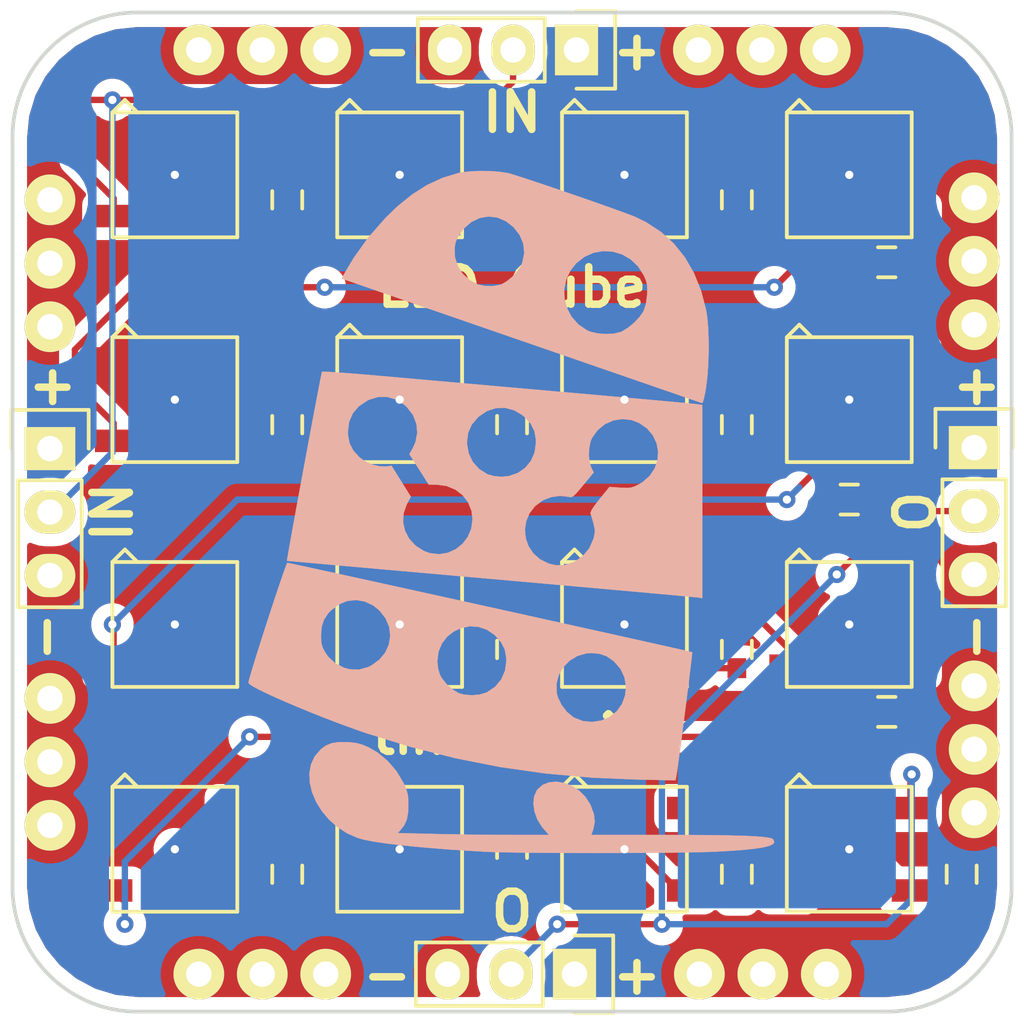
<source format=kicad_pcb>
(kicad_pcb (version 4) (host pcbnew 4.0.5)
  (title_block (title "LED Cube") (date 2016-07-20) (rev v1.0) (company Thimble) (comment 1 http://www.thimble.io))
  (layers (0 F.Cu signal) (31 B.Cu signal) (34 B.Paste user) (35 F.Paste user) (36 B.SilkS user) (37 F.SilkS user) (38 B.Mask user) (39 F.Mask user) (44 Edge.Cuts user))
  (net 0 "")
  (net 1 +5V)
  (net 2 GND)
  (net 3 "Net-(LED1-Pad2)")
  (net 4 "Net-(LED1-Pad4)")
  (net 5 "Net-(LED2-Pad2)")
  (net 6 "Net-(LED3-Pad2)")
  (net 7 "Net-(LED4-Pad2)")
  (net 8 "Net-(LED5-Pad2)")
  (net 9 "Net-(LED6-Pad2)")
  (net 10 "Net-(LED7-Pad2)")
  (net 11 "Net-(LED8-Pad2)")
  (net 12 "Net-(LED10-Pad4)")
  (net 13 "Net-(LED10-Pad2)")
  (net 14 "Net-(LED11-Pad2)")
  (net 15 "Net-(LED12-Pad2)")
  (net 16 "Net-(LED13-Pad2)")
  (net 17 "Net-(LED14-Pad2)")
  (net 18 "Net-(LED15-Pad2)")
  (net 19 "Net-(LED16-Pad2)")
  (module logo:27_3mm_icon (layer B.Cu) (at 163.5 123.5 180)
    (fp_text reference G*** hide)
    (fp_text value LOGO hide)
  )
  (module mechanical:Mechanical_1x03 (layer F.Cu) (at 171 142 90)
    (fp_text reference REF** hide)
    (fp_text value Pin_Header_Straight_1x03 hide)
    (pad 1 thru_hole circle (at 0 0 90) (size 2.032 2.032) (drill 1.016) (layers *.Cu *.Mask F.SilkS) (net 2 GND))
    (pad 2 thru_hole circle (at 0 2.54 90) (size 2.032 2.032) (drill 1.016) (layers *.Cu *.Mask F.SilkS) (net 2 GND))
    (pad 3 thru_hole circle (at 0 5.08 90) (size 2.032 2.032) (drill 1.016) (layers *.Cu *.Mask F.SilkS) (net 2 GND))
  )
  (module Pin_Headers:Pin_Header_Straight_1x03 (layer F.Cu) (at 166 142 270)
    (fp_text reference P4 hide)
    (fp_text value CONN_01X03)
    (pad 1 thru_hole rect (at 0 0 270) (size 2.032 1.7272) (drill 1.016) (layers *.Cu *.Mask F.SilkS) (net 1 +5V))
    (pad 2 thru_hole oval (at 0 2.54 270) (size 2.032 1.7272) (drill 1.016) (layers *.Cu *.Mask F.SilkS) (net 19 "Net-(LED16-Pad2)"))
    (pad 3 thru_hole oval (at 0 5.08 270) (size 2.032 1.7272) (drill 1.016) (layers *.Cu *.Mask F.SilkS) (net 2 GND))
  )
  (module Pin_Headers:Pin_Header_Straight_1x03 (layer F.Cu) (at 182 120.92)
    (fp_text reference P3 hide)
    (fp_text value CONN_01X03)
    (pad 1 thru_hole rect (at 0 0) (size 2.032 1.7272) (drill 1.016) (layers *.Cu *.Mask F.SilkS) (net 1 +5V))
    (pad 2 thru_hole oval (at 0 2.54) (size 2.032 1.7272) (drill 1.016) (layers *.Cu *.Mask F.SilkS) (net 19 "Net-(LED16-Pad2)"))
    (pad 3 thru_hole oval (at 0 5.08) (size 2.032 1.7272) (drill 1.016) (layers *.Cu *.Mask F.SilkS) (net 2 GND))
  )
  (module Pin_Headers:Pin_Header_Straight_1x03 (layer F.Cu) (at 145 120.96)
    (fp_text reference P2 hide)
    (fp_text value CONN_01X03)
    (pad 1 thru_hole rect (at 0 0) (size 2.032 1.7272) (drill 1.016) (layers *.Cu *.Mask F.SilkS) (net 1 +5V))
    (pad 2 thru_hole oval (at 0 2.54) (size 2.032 1.7272) (drill 1.016) (layers *.Cu *.Mask F.SilkS) (net 4 "Net-(LED1-Pad4)"))
    (pad 3 thru_hole oval (at 0 5.08) (size 2.032 1.7272) (drill 1.016) (layers *.Cu *.Mask F.SilkS) (net 2 GND))
  )
  (module Pin_Headers:Pin_Header_Straight_1x03 (layer F.Cu) (at 166.08 105 270)
    (fp_text reference P1 hide)
    (fp_text value CONN_01X03)
    (pad 1 thru_hole rect (at 0 0 270) (size 2.032 1.7272) (drill 1.016) (layers *.Cu *.Mask F.SilkS) (net 1 +5V))
    (pad 2 thru_hole oval (at 0 2.54 270) (size 2.032 1.7272) (drill 1.016) (layers *.Cu *.Mask F.SilkS) (net 4 "Net-(LED1-Pad4)"))
    (pad 3 thru_hole oval (at 0 5.08 270) (size 2.032 1.7272) (drill 1.016) (layers *.Cu *.Mask F.SilkS) (net 2 GND))
  )
  (module Capacitors_SMD:C_0603 (layer F.Cu) (at 154.5 111 90)
    (fp_text reference C1 hide)
    (fp_text value 1uF)
    (pad 1 smd rect (at -0.75 0 90) (size 0.8 0.75) (layers F.Cu F.Paste F.Mask) (net 1 +5V))
    (pad 2 smd rect (at 0.75 0 90) (size 0.8 0.75) (layers F.Cu F.Paste F.Mask) (net 2 GND))
  )
  (module Capacitors_SMD:C_0603 (layer F.Cu) (at 163.5 111 90)
    (fp_text reference C2 hide)
    (fp_text value 1uF)
    (pad 1 smd rect (at -0.75 0 90) (size 0.8 0.75) (layers F.Cu F.Paste F.Mask) (net 1 +5V))
    (pad 2 smd rect (at 0.75 0 90) (size 0.8 0.75) (layers F.Cu F.Paste F.Mask) (net 2 GND))
  )
  (module Capacitors_SMD:C_0603 (layer F.Cu) (at 172.5 111 90)
    (fp_text reference C3 hide)
    (fp_text value 1uF)
    (pad 1 smd rect (at -0.75 0 90) (size 0.8 0.75) (layers F.Cu F.Paste F.Mask) (net 1 +5V))
    (pad 2 smd rect (at 0.75 0 90) (size 0.8 0.75) (layers F.Cu F.Paste F.Mask) (net 2 GND))
  )
  (module Capacitors_SMD:C_0603 (layer F.Cu) (at 154.5 120 90)
    (fp_text reference C5 hide)
    (fp_text value 1uF)
    (pad 1 smd rect (at -0.75 0 90) (size 0.8 0.75) (layers F.Cu F.Paste F.Mask) (net 1 +5V))
    (pad 2 smd rect (at 0.75 0 90) (size 0.8 0.75) (layers F.Cu F.Paste F.Mask) (net 2 GND))
  )
  (module Capacitors_SMD:C_0603 (layer F.Cu) (at 163.5 120 90)
    (fp_text reference C6 hide)
    (fp_text value 1uF)
    (pad 1 smd rect (at -0.75 0 90) (size 0.8 0.75) (layers F.Cu F.Paste F.Mask) (net 1 +5V))
    (pad 2 smd rect (at 0.75 0 90) (size 0.8 0.75) (layers F.Cu F.Paste F.Mask) (net 2 GND))
  )
  (module Capacitors_SMD:C_0603 (layer F.Cu) (at 172.5 120 90)
    (fp_text reference C7 hide)
    (fp_text value 1uF)
    (pad 1 smd rect (at -0.75 0 90) (size 0.8 0.75) (layers F.Cu F.Paste F.Mask) (net 1 +5V))
    (pad 2 smd rect (at 0.75 0 90) (size 0.8 0.75) (layers F.Cu F.Paste F.Mask) (net 2 GND))
  )
  (module Capacitors_SMD:C_0603 (layer F.Cu) (at 177 123 180)
    (fp_text reference C8 hide)
    (fp_text value 1uF)
    (pad 1 smd rect (at -0.75 0 180) (size 0.8 0.75) (layers F.Cu F.Paste F.Mask) (net 1 +5V))
    (pad 2 smd rect (at 0.75 0 180) (size 0.8 0.75) (layers F.Cu F.Paste F.Mask) (net 2 GND))
  )
  (module Capacitors_SMD:C_0603 (layer F.Cu) (at 154.5 129 90)
    (fp_text reference C9 hide)
    (fp_text value 1uF)
    (pad 1 smd rect (at -0.75 0 90) (size 0.8 0.75) (layers F.Cu F.Paste F.Mask) (net 1 +5V))
    (pad 2 smd rect (at 0.75 0 90) (size 0.8 0.75) (layers F.Cu F.Paste F.Mask) (net 2 GND))
  )
  (module Capacitors_SMD:C_0603 (layer F.Cu) (at 163.5 129 90)
    (fp_text reference C10 hide)
    (fp_text value 1uF)
    (pad 1 smd rect (at -0.75 0 90) (size 0.8 0.75) (layers F.Cu F.Paste F.Mask) (net 1 +5V))
    (pad 2 smd rect (at 0.75 0 90) (size 0.8 0.75) (layers F.Cu F.Paste F.Mask) (net 2 GND))
  )
  (module Capacitors_SMD:C_0603 (layer F.Cu) (at 172.5 129 90)
    (fp_text reference C11 hide)
    (fp_text value 1uF)
    (pad 1 smd rect (at -0.75 0 90) (size 0.8 0.75) (layers F.Cu F.Paste F.Mask) (net 1 +5V))
    (pad 2 smd rect (at 0.75 0 90) (size 0.8 0.75) (layers F.Cu F.Paste F.Mask) (net 2 GND))
  )
  (module Capacitors_SMD:C_0603 (layer F.Cu) (at 178.5 131.5 180)
    (fp_text reference C12 hide)
    (fp_text value 1uF)
    (pad 1 smd rect (at -0.75 0 180) (size 0.8 0.75) (layers F.Cu F.Paste F.Mask) (net 1 +5V))
    (pad 2 smd rect (at 0.75 0 180) (size 0.8 0.75) (layers F.Cu F.Paste F.Mask) (net 2 GND))
  )
  (module Capacitors_SMD:C_0603 (layer F.Cu) (at 154.5 138 90)
    (fp_text reference C13 hide)
    (fp_text value 1uF)
    (pad 1 smd rect (at -0.75 0 90) (size 0.8 0.75) (layers F.Cu F.Paste F.Mask) (net 1 +5V))
    (pad 2 smd rect (at 0.75 0 90) (size 0.8 0.75) (layers F.Cu F.Paste F.Mask) (net 2 GND))
  )
  (module Capacitors_SMD:C_0603 (layer F.Cu) (at 163.5 137 90)
    (fp_text reference C14 hide)
    (fp_text value 1uF)
    (pad 1 smd rect (at -0.75 0 90) (size 0.8 0.75) (layers F.Cu F.Paste F.Mask) (net 1 +5V))
    (pad 2 smd rect (at 0.75 0 90) (size 0.8 0.75) (layers F.Cu F.Paste F.Mask) (net 2 GND))
  )
  (module Capacitors_SMD:C_0603 (layer F.Cu) (at 172.5 138 90)
    (fp_text reference C15 hide)
    (fp_text value 1uF)
    (pad 1 smd rect (at -0.75 0 90) (size 0.8 0.75) (layers F.Cu F.Paste F.Mask) (net 1 +5V))
    (pad 2 smd rect (at 0.75 0 90) (size 0.8 0.75) (layers F.Cu F.Paste F.Mask) (net 2 GND))
  )
  (module Capacitors_SMD:C_0603 (layer F.Cu) (at 181.5 138 90)
    (fp_text reference C16 hide)
    (fp_text value 1uF)
    (pad 1 smd rect (at -0.75 0 90) (size 0.8 0.75) (layers F.Cu F.Paste F.Mask) (net 1 +5V))
    (pad 2 smd rect (at 0.75 0 90) (size 0.8 0.75) (layers F.Cu F.Paste F.Mask) (net 2 GND))
  )
  (module Capacitors_SMD:C_0603 (layer F.Cu) (at 178.5 113.5 180)
    (fp_text reference C4 hide)
    (fp_text value 1uF)
    (pad 1 smd rect (at -0.75 0 180) (size 0.8 0.75) (layers F.Cu F.Paste F.Mask) (net 1 +5V))
    (pad 2 smd rect (at 0.75 0 180) (size 0.8 0.75) (layers F.Cu F.Paste F.Mask) (net 2 GND))
  )
  (module mechanical:Mechanical_1x03 (layer F.Cu) (at 150.96 142 90)
    (fp_text reference REF** hide)
    (fp_text value Pin_Header_Straight_1x03 hide)
    (pad 1 thru_hole circle (at 0 0 90) (size 2.032 2.032) (drill 1.016) (layers *.Cu *.Mask F.SilkS) (net 2 GND))
    (pad 2 thru_hole circle (at 0 2.54 90) (size 2.032 2.032) (drill 1.016) (layers *.Cu *.Mask F.SilkS) (net 2 GND))
    (pad 3 thru_hole circle (at 0 5.08 90) (size 2.032 2.032) (drill 1.016) (layers *.Cu *.Mask F.SilkS) (net 2 GND))
  )
  (module mechanical:Mechanical_1x03 (layer F.Cu) (at 145 136.04 180)
    (fp_text reference REF** hide)
    (fp_text value Pin_Header_Straight_1x03 hide)
    (pad 1 thru_hole circle (at 0 0 180) (size 2.032 2.032) (drill 1.016) (layers *.Cu *.Mask F.SilkS) (net 2 GND))
    (pad 2 thru_hole circle (at 0 2.54 180) (size 2.032 2.032) (drill 1.016) (layers *.Cu *.Mask F.SilkS) (net 2 GND))
    (pad 3 thru_hole circle (at 0 5.08 180) (size 2.032 2.032) (drill 1.016) (layers *.Cu *.Mask F.SilkS) (net 2 GND))
  )
  (module mechanical:Mechanical_1x03 (layer F.Cu) (at 182 135.54 180)
    (fp_text reference REF** hide)
    (fp_text value Pin_Header_Straight_1x03 hide)
    (pad 1 thru_hole circle (at 0 0 180) (size 2.032 2.032) (drill 1.016) (layers *.Cu *.Mask F.SilkS) (net 2 GND))
    (pad 2 thru_hole circle (at 0 2.54 180) (size 2.032 2.032) (drill 1.016) (layers *.Cu *.Mask F.SilkS) (net 2 GND))
    (pad 3 thru_hole circle (at 0 5.08 180) (size 2.032 2.032) (drill 1.016) (layers *.Cu *.Mask F.SilkS) (net 2 GND))
  )
  (module mechanical:Mechanical_1x03 (layer F.Cu) (at 145 116.08 180)
    (fp_text reference REF** hide)
    (fp_text value Pin_Header_Straight_1x03 hide)
    (pad 1 thru_hole circle (at 0 0 180) (size 2.032 2.032) (drill 1.016) (layers *.Cu *.Mask F.SilkS) (net 2 GND))
    (pad 2 thru_hole circle (at 0 2.54 180) (size 2.032 2.032) (drill 1.016) (layers *.Cu *.Mask F.SilkS) (net 2 GND))
    (pad 3 thru_hole circle (at 0 5.08 180) (size 2.032 2.032) (drill 1.016) (layers *.Cu *.Mask F.SilkS) (net 2 GND))
  )
  (module mechanical:Mechanical_1x03 (layer F.Cu) (at 182 116 180)
    (fp_text reference REF** hide)
    (fp_text value Pin_Header_Straight_1x03 hide)
    (pad 1 thru_hole circle (at 0 0 180) (size 2.032 2.032) (drill 1.016) (layers *.Cu *.Mask F.SilkS) (net 2 GND))
    (pad 2 thru_hole circle (at 0 2.54 180) (size 2.032 2.032) (drill 1.016) (layers *.Cu *.Mask F.SilkS) (net 2 GND))
    (pad 3 thru_hole circle (at 0 5.08 180) (size 2.032 2.032) (drill 1.016) (layers *.Cu *.Mask F.SilkS) (net 2 GND))
  )
  (module mechanical:Mechanical_1x03 (layer F.Cu) (at 150.96 105 90)
    (fp_text reference REF** hide)
    (fp_text value Pin_Header_Straight_1x03 hide)
    (pad 1 thru_hole circle (at 0 0 90) (size 2.032 2.032) (drill 1.016) (layers *.Cu *.Mask F.SilkS) (net 2 GND))
    (pad 2 thru_hole circle (at 0 2.54 90) (size 2.032 2.032) (drill 1.016) (layers *.Cu *.Mask F.SilkS) (net 2 GND))
    (pad 3 thru_hole circle (at 0 5.08 90) (size 2.032 2.032) (drill 1.016) (layers *.Cu *.Mask F.SilkS) (net 2 GND))
  )
  (module mechanical:Mechanical_1x03 (layer F.Cu) (at 170.96 105 90)
    (fp_text reference REF** hide)
    (fp_text value Pin_Header_Straight_1x03 hide)
    (pad 1 thru_hole circle (at 0 0 90) (size 2.032 2.032) (drill 1.016) (layers *.Cu *.Mask F.SilkS) (net 2 GND))
    (pad 2 thru_hole circle (at 0 2.54 90) (size 2.032 2.032) (drill 1.016) (layers *.Cu *.Mask F.SilkS) (net 2 GND))
    (pad 3 thru_hole circle (at 0 5.08 90) (size 2.032 2.032) (drill 1.016) (layers *.Cu *.Mask F.SilkS) (net 2 GND))
  )
  (module ws2812b:5050 (layer F.Cu) (at 177 137 180)
    (fp_text reference LED16 hide)
    (fp_text value LED_RGB_WS2812B hide)
    (pad 1 smd rect (at -2.45 -1.65 180) (size 1.5 0.9) (layers F.Cu F.Paste F.Mask) (net 1 +5V))
    (pad 2 smd rect (at -2.45 1.65 180) (size 1.5 0.9) (layers F.Cu F.Paste F.Mask) (net 19 "Net-(LED16-Pad2)"))
    (pad 3 smd rect (at 2.45 1.65 180) (size 1.5 0.9) (layers F.Cu F.Paste F.Mask) (net 2 GND))
    (pad 4 smd rect (at 2.45 -1.65 180) (size 1.5 0.9) (layers F.Cu F.Paste F.Mask) (net 18 "Net-(LED15-Pad2)"))
  )
  (module ws2812b:5050 (layer F.Cu) (at 168 137 180)
    (fp_text reference LED15 hide)
    (fp_text value LED_RGB_WS2812B hide)
    (pad 1 smd rect (at -2.45 -1.65 180) (size 1.5 0.9) (layers F.Cu F.Paste F.Mask) (net 1 +5V))
    (pad 2 smd rect (at -2.45 1.65 180) (size 1.5 0.9) (layers F.Cu F.Paste F.Mask) (net 18 "Net-(LED15-Pad2)"))
    (pad 3 smd rect (at 2.45 1.65 180) (size 1.5 0.9) (layers F.Cu F.Paste F.Mask) (net 2 GND))
    (pad 4 smd rect (at 2.45 -1.65 180) (size 1.5 0.9) (layers F.Cu F.Paste F.Mask) (net 17 "Net-(LED14-Pad2)"))
  )
  (module ws2812b:5050 (layer F.Cu) (at 159 137 180)
    (fp_text reference LED14 hide)
    (fp_text value LED_RGB_WS2812B hide)
    (pad 1 smd rect (at -2.45 -1.65 180) (size 1.5 0.9) (layers F.Cu F.Paste F.Mask) (net 1 +5V))
    (pad 2 smd rect (at -2.45 1.65 180) (size 1.5 0.9) (layers F.Cu F.Paste F.Mask) (net 17 "Net-(LED14-Pad2)"))
    (pad 3 smd rect (at 2.45 1.65 180) (size 1.5 0.9) (layers F.Cu F.Paste F.Mask) (net 2 GND))
    (pad 4 smd rect (at 2.45 -1.65 180) (size 1.5 0.9) (layers F.Cu F.Paste F.Mask) (net 16 "Net-(LED13-Pad2)"))
  )
  (module ws2812b:5050 (layer F.Cu) (at 150 137 180)
    (fp_text reference LED13 hide)
    (fp_text value LED_RGB_WS2812B hide)
    (pad 1 smd rect (at -2.45 -1.65 180) (size 1.5 0.9) (layers F.Cu F.Paste F.Mask) (net 1 +5V))
    (pad 2 smd rect (at -2.45 1.65 180) (size 1.5 0.9) (layers F.Cu F.Paste F.Mask) (net 16 "Net-(LED13-Pad2)"))
    (pad 3 smd rect (at 2.45 1.65 180) (size 1.5 0.9) (layers F.Cu F.Paste F.Mask) (net 2 GND))
    (pad 4 smd rect (at 2.45 -1.65 180) (size 1.5 0.9) (layers F.Cu F.Paste F.Mask) (net 15 "Net-(LED12-Pad2)"))
  )
  (module ws2812b:5050 (layer F.Cu) (at 177 128 180)
    (fp_text reference LED12 hide)
    (fp_text value LED_RGB_WS2812B hide)
    (pad 1 smd rect (at -2.45 -1.65 180) (size 1.5 0.9) (layers F.Cu F.Paste F.Mask) (net 1 +5V))
    (pad 2 smd rect (at -2.45 1.65 180) (size 1.5 0.9) (layers F.Cu F.Paste F.Mask) (net 15 "Net-(LED12-Pad2)"))
    (pad 3 smd rect (at 2.45 1.65 180) (size 1.5 0.9) (layers F.Cu F.Paste F.Mask) (net 2 GND))
    (pad 4 smd rect (at 2.45 -1.65 180) (size 1.5 0.9) (layers F.Cu F.Paste F.Mask) (net 14 "Net-(LED11-Pad2)"))
  )
  (module ws2812b:5050 (layer F.Cu) (at 168 128 180)
    (fp_text reference LED11 hide)
    (fp_text value LED_RGB_WS2812B hide)
    (pad 1 smd rect (at -2.45 -1.65 180) (size 1.5 0.9) (layers F.Cu F.Paste F.Mask) (net 1 +5V))
    (pad 2 smd rect (at -2.45 1.65 180) (size 1.5 0.9) (layers F.Cu F.Paste F.Mask) (net 14 "Net-(LED11-Pad2)"))
    (pad 3 smd rect (at 2.45 1.65 180) (size 1.5 0.9) (layers F.Cu F.Paste F.Mask) (net 2 GND))
    (pad 4 smd rect (at 2.45 -1.65 180) (size 1.5 0.9) (layers F.Cu F.Paste F.Mask) (net 13 "Net-(LED10-Pad2)"))
  )
  (module ws2812b:5050 (layer F.Cu) (at 159 128 180)
    (fp_text reference LED10 hide)
    (fp_text value LED_RGB_WS2812B hide)
    (pad 1 smd rect (at -2.45 -1.65 180) (size 1.5 0.9) (layers F.Cu F.Paste F.Mask) (net 1 +5V))
    (pad 2 smd rect (at -2.45 1.65 180) (size 1.5 0.9) (layers F.Cu F.Paste F.Mask) (net 13 "Net-(LED10-Pad2)"))
    (pad 3 smd rect (at 2.45 1.65 180) (size 1.5 0.9) (layers F.Cu F.Paste F.Mask) (net 2 GND))
    (pad 4 smd rect (at 2.45 -1.65 180) (size 1.5 0.9) (layers F.Cu F.Paste F.Mask) (net 12 "Net-(LED10-Pad4)"))
  )
  (module ws2812b:5050 (layer F.Cu) (at 150 128 180)
    (fp_text reference LED9 hide)
    (fp_text value LED_RGB_WS2812B hide)
    (pad 1 smd rect (at -2.45 -1.65 180) (size 1.5 0.9) (layers F.Cu F.Paste F.Mask) (net 1 +5V))
    (pad 2 smd rect (at -2.45 1.65 180) (size 1.5 0.9) (layers F.Cu F.Paste F.Mask) (net 12 "Net-(LED10-Pad4)"))
    (pad 3 smd rect (at 2.45 1.65 180) (size 1.5 0.9) (layers F.Cu F.Paste F.Mask) (net 2 GND))
    (pad 4 smd rect (at 2.45 -1.65 180) (size 1.5 0.9) (layers F.Cu F.Paste F.Mask) (net 11 "Net-(LED8-Pad2)"))
  )
  (module ws2812b:5050 (layer F.Cu) (at 177 119 180)
    (fp_text reference LED8 hide)
    (fp_text value LED_RGB_WS2812B hide)
    (pad 1 smd rect (at -2.45 -1.65 180) (size 1.5 0.9) (layers F.Cu F.Paste F.Mask) (net 1 +5V))
    (pad 2 smd rect (at -2.45 1.65 180) (size 1.5 0.9) (layers F.Cu F.Paste F.Mask) (net 11 "Net-(LED8-Pad2)"))
    (pad 3 smd rect (at 2.45 1.65 180) (size 1.5 0.9) (layers F.Cu F.Paste F.Mask) (net 2 GND))
    (pad 4 smd rect (at 2.45 -1.65 180) (size 1.5 0.9) (layers F.Cu F.Paste F.Mask) (net 10 "Net-(LED7-Pad2)"))
  )
  (module ws2812b:5050 (layer F.Cu) (at 168 119 180)
    (fp_text reference LED7 hide)
    (fp_text value LED_RGB_WS2812B hide)
    (pad 1 smd rect (at -2.45 -1.65 180) (size 1.5 0.9) (layers F.Cu F.Paste F.Mask) (net 1 +5V))
    (pad 2 smd rect (at -2.45 1.65 180) (size 1.5 0.9) (layers F.Cu F.Paste F.Mask) (net 10 "Net-(LED7-Pad2)"))
    (pad 3 smd rect (at 2.45 1.65 180) (size 1.5 0.9) (layers F.Cu F.Paste F.Mask) (net 2 GND))
    (pad 4 smd rect (at 2.45 -1.65 180) (size 1.5 0.9) (layers F.Cu F.Paste F.Mask) (net 9 "Net-(LED6-Pad2)"))
  )
  (module ws2812b:5050 (layer F.Cu) (at 159 119 180)
    (fp_text reference LED6 hide)
    (fp_text value LED_RGB_WS2812B hide)
    (pad 1 smd rect (at -2.45 -1.65 180) (size 1.5 0.9) (layers F.Cu F.Paste F.Mask) (net 1 +5V))
    (pad 2 smd rect (at -2.45 1.65 180) (size 1.5 0.9) (layers F.Cu F.Paste F.Mask) (net 9 "Net-(LED6-Pad2)"))
    (pad 3 smd rect (at 2.45 1.65 180) (size 1.5 0.9) (layers F.Cu F.Paste F.Mask) (net 2 GND))
    (pad 4 smd rect (at 2.45 -1.65 180) (size 1.5 0.9) (layers F.Cu F.Paste F.Mask) (net 8 "Net-(LED5-Pad2)"))
  )
  (module ws2812b:5050 (layer F.Cu) (at 150 119 180)
    (fp_text reference LED5 hide)
    (fp_text value LED_RGB_WS2812B hide)
    (pad 1 smd rect (at -2.45 -1.65 180) (size 1.5 0.9) (layers F.Cu F.Paste F.Mask) (net 1 +5V))
    (pad 2 smd rect (at -2.45 1.65 180) (size 1.5 0.9) (layers F.Cu F.Paste F.Mask) (net 8 "Net-(LED5-Pad2)"))
    (pad 3 smd rect (at 2.45 1.65 180) (size 1.5 0.9) (layers F.Cu F.Paste F.Mask) (net 2 GND))
    (pad 4 smd rect (at 2.45 -1.65 180) (size 1.5 0.9) (layers F.Cu F.Paste F.Mask) (net 7 "Net-(LED4-Pad2)"))
  )
  (module ws2812b:5050 (layer F.Cu) (at 150 110 180)
    (fp_text reference LED1 hide)
    (fp_text value LED_RGB_WS2812B hide)
    (pad 1 smd rect (at -2.45 -1.65 180) (size 1.5 0.9) (layers F.Cu F.Paste F.Mask) (net 1 +5V))
    (pad 2 smd rect (at -2.45 1.65 180) (size 1.5 0.9) (layers F.Cu F.Paste F.Mask) (net 3 "Net-(LED1-Pad2)"))
    (pad 3 smd rect (at 2.45 1.65 180) (size 1.5 0.9) (layers F.Cu F.Paste F.Mask) (net 2 GND))
    (pad 4 smd rect (at 2.45 -1.65 180) (size 1.5 0.9) (layers F.Cu F.Paste F.Mask) (net 4 "Net-(LED1-Pad4)"))
  )
  (module ws2812b:5050 (layer F.Cu) (at 159 110 180)
    (fp_text reference LED2 hide)
    (fp_text value LED_RGB_WS2812B hide)
    (pad 1 smd rect (at -2.45 -1.65 180) (size 1.5 0.9) (layers F.Cu F.Paste F.Mask) (net 1 +5V))
    (pad 2 smd rect (at -2.45 1.65 180) (size 1.5 0.9) (layers F.Cu F.Paste F.Mask) (net 5 "Net-(LED2-Pad2)"))
    (pad 3 smd rect (at 2.45 1.65 180) (size 1.5 0.9) (layers F.Cu F.Paste F.Mask) (net 2 GND))
    (pad 4 smd rect (at 2.45 -1.65 180) (size 1.5 0.9) (layers F.Cu F.Paste F.Mask) (net 3 "Net-(LED1-Pad2)"))
  )
  (module ws2812b:5050 (layer F.Cu) (at 168 110 180)
    (fp_text reference LED3 hide)
    (fp_text value LED_RGB_WS2812B hide)
    (pad 1 smd rect (at -2.45 -1.65 180) (size 1.5 0.9) (layers F.Cu F.Paste F.Mask) (net 1 +5V))
    (pad 2 smd rect (at -2.45 1.65 180) (size 1.5 0.9) (layers F.Cu F.Paste F.Mask) (net 6 "Net-(LED3-Pad2)"))
    (pad 3 smd rect (at 2.45 1.65 180) (size 1.5 0.9) (layers F.Cu F.Paste F.Mask) (net 2 GND))
    (pad 4 smd rect (at 2.45 -1.65 180) (size 1.5 0.9) (layers F.Cu F.Paste F.Mask) (net 5 "Net-(LED2-Pad2)"))
  )
  (module ws2812b:5050 (layer F.Cu) (at 177 110 180)
    (fp_text reference LED4 hide)
    (fp_text value LED_RGB_WS2812B hide)
    (pad 1 smd rect (at -2.45 -1.65 180) (size 1.5 0.9) (layers F.Cu F.Paste F.Mask) (net 1 +5V))
    (pad 2 smd rect (at -2.45 1.65 180) (size 1.5 0.9) (layers F.Cu F.Paste F.Mask) (net 7 "Net-(LED4-Pad2)"))
    (pad 3 smd rect (at 2.45 1.65 180) (size 1.5 0.9) (layers F.Cu F.Paste F.Mask) (net 2 GND))
    (pad 4 smd rect (at 2.45 -1.65 180) (size 1.5 0.9) (layers F.Cu F.Paste F.Mask) (net 6 "Net-(LED3-Pad2)"))
  )
  (gr_text thimble.io (at 163.5 132.4) (layer F.SilkS) (effects (font (size 1.5 1.5) (thickness 0.3))))
  (gr_text "LED Cube" (at 163.5 114.5) (layer F.SilkS) (effects (font (size 1.5 1.5) (thickness 0.3))))
  (gr_line (start 148.5 103.5) (end 178.5 103.5) (layer Edge.Cuts) (width 0.15))
  (gr_arc (start 148.5 108.5) (end 143.5 108.5) (angle 90) (layer Edge.Cuts) (width 0.15))
  (gr_line (start 183.5 108.5) (end 183.5 138.5) (layer Edge.Cuts) (width 0.15))
  (gr_arc (start 178.5 108.5) (end 178.5 103.5) (angle 90) (layer Edge.Cuts) (width 0.15))
  (gr_line (start 143.5 108.5) (end 143.5 138.5) (layer Edge.Cuts) (width 0.15))
  (gr_line (start 148.5 143.5) (end 178.5 143.5) (layer Edge.Cuts) (width 0.15))
  (gr_arc (start 148.5 138.5) (end 148.5 143.5) (angle 90) (layer Edge.Cuts) (width 0.15))
  (gr_arc (start 178.5 138.5) (end 183.5 138.5) (angle 90) (layer Edge.Cuts) (width 0.15))
  (gr_text O (at 163.5 139.5) (layer F.SilkS) (effects (font (size 1.5 1.5) (thickness 0.3))))
  (gr_text O (at 179.5 123.5 270) (layer F.SilkS) (effects (font (size 1.5 1.5) (thickness 0.3))))
  (gr_text "IN\n" (at 147.5 123.5 90) (layer F.SilkS) (effects (font (size 1.5 1.5) (thickness 0.3))))
  (gr_text + (at 168.5 142) (layer F.SilkS) (effects (font (size 1.5 1.5) (thickness 0.3))))
  (gr_text - (at 158.5 142) (layer F.SilkS) (effects (font (size 1.5 1.5) (thickness 0.3))))
  (gr_text + (at 182 118.5 90) (layer F.SilkS) (effects (font (size 1.5 1.5) (thickness 0.3))))
  (gr_text - (at 182 128.5 90) (layer F.SilkS) (effects (font (size 1.5 1.5) (thickness 0.3))))
  (gr_text - (at 145 128.5 270) (layer F.SilkS) (effects (font (size 1.5 1.5) (thickness 0.3))))
  (gr_text + (at 145 118.5 90) (layer F.SilkS) (effects (font (size 1.5 1.5) (thickness 0.3))))
  (gr_text + (at 168.5 105) (layer F.SilkS) (effects (font (size 1.5 1.5) (thickness 0.3))))
  (gr_text - (at 158.5 105) (layer F.SilkS) (effects (font (size 1.5 1.5) (thickness 0.3))))
  (gr_text IN (at 163.5 107.5) (layer F.SilkS) (effects (font (size 1.5 1.5) (thickness 0.3))))
  (segment (start 182 120.92) (end 179.72 120.92) (width 0.254) (layer F.Cu) (net 1))
  (segment (start 179.72 120.92) (end 179.45 120.65) (width 0.254) (layer F.Cu) (net 1))
  (segment (start 179.45 120.65) (end 179.15 120.65) (width 0.254) (layer F.Cu) (net 1))
  (segment (start 179.15 120.65) (end 177.75 122.05) (width 0.254) (layer F.Cu) (net 1))
  (segment (start 177.75 122.05) (end 177.75 122.371) (width 0.254) (layer F.Cu) (net 1))
  (segment (start 177.75 122.371) (end 177.75 123) (width 0.254) (layer F.Cu) (net 1))
  (segment (start 166 141.8476) (end 166 142) (width 0.254) (layer F.Cu) (net 1))
  (segment (start 159.5 137) (end 159 137) (width 0.254) (layer F.Cu) (net 1))
  (segment (start 161.45 138.65) (end 161.15 138.65) (width 0.254) (layer F.Cu) (net 1))
  (segment (start 161.15 138.65) (end 159.5 137) (width 0.254) (layer F.Cu) (net 1))
  (segment (start 159.5 137) (end 159.484933 137) (width 0.254) (layer F.Cu) (net 1))
  (segment (start 161.45 138.65) (end 162.6 138.65) (width 0.254) (layer F.Cu) (net 1))
  (segment (start 162.6 138.65) (end 163.5 137.75) (width 0.254) (layer F.Cu) (net 1))
  (segment (start 179.45 111.65) (end 179.45 113.3) (width 0.254) (layer F.Cu) (net 1))
  (segment (start 179.45 113.3) (end 179.25 113.5) (width 0.254) (layer F.Cu) (net 1))
  (segment (start 179.45 129.65) (end 179.45 131.3) (width 0.254) (layer F.Cu) (net 1))
  (segment (start 179.45 131.3) (end 179.25 131.5) (width 0.254) (layer F.Cu) (net 1))
  (segment (start 161.55 138.75) (end 161.45 138.65) (width 0.254) (layer F.Cu) (net 1))
  (segment (start 179.15 129.65) (end 177.5 128) (width 0.254) (layer F.Cu) (net 1))
  (segment (start 177.5 128) (end 177 128) (width 0.254) (layer F.Cu) (net 1))
  (via (at 177 128) (size 0.6858) (drill 0.3302) (layers F.Cu B.Cu) (net 1))
  (segment (start 179.45 129.65) (end 179.15 129.65) (width 0.254) (layer F.Cu) (net 1))
  (segment (start 179.75 129.95) (end 179.45 129.65) (width 0.254) (layer F.Cu) (net 1))
  (segment (start 152.45 120.65) (end 154.4 120.65) (width 0.254) (layer F.Cu) (net 1))
  (segment (start 154.4 120.65) (end 154.5 120.75) (width 0.254) (layer F.Cu) (net 1))
  (segment (start 154.5 129.75) (end 152.55 129.75) (width 0.254) (layer F.Cu) (net 1))
  (segment (start 152.55 129.75) (end 152.45 129.65) (width 0.254) (layer F.Cu) (net 1))
  (segment (start 172.5 129.75) (end 170.55 129.75) (width 0.254) (layer F.Cu) (net 1))
  (segment (start 170.55 129.75) (end 170.45 129.65) (width 0.254) (layer F.Cu) (net 1))
  (segment (start 163.5 129.75) (end 161.55 129.75) (width 0.254) (layer F.Cu) (net 1))
  (segment (start 161.55 129.75) (end 161.45 129.65) (width 0.254) (layer F.Cu) (net 1))
  (segment (start 163.5 120.75) (end 161.55 120.75) (width 0.254) (layer F.Cu) (net 1))
  (segment (start 161.55 120.75) (end 161.45 120.65) (width 0.254) (layer F.Cu) (net 1))
  (segment (start 172.5 120.75) (end 170.55 120.75) (width 0.254) (layer F.Cu) (net 1))
  (segment (start 170.55 120.75) (end 170.45 120.65) (width 0.254) (layer F.Cu) (net 1))
  (segment (start 154.5 138.75) (end 152.55 138.75) (width 0.254) (layer F.Cu) (net 1))
  (segment (start 152.55 138.75) (end 152.45 138.65) (width 0.254) (layer F.Cu) (net 1))
  (segment (start 172.5 138.75) (end 170.55 138.75) (width 0.254) (layer F.Cu) (net 1))
  (segment (start 170.55 138.75) (end 170.45 138.65) (width 0.254) (layer F.Cu) (net 1))
  (segment (start 181.5 138.75) (end 179.55 138.75) (width 0.254) (layer F.Cu) (net 1))
  (segment (start 179.55 138.75) (end 179.45 138.65) (width 0.254) (layer F.Cu) (net 1))
  (segment (start 179.45 138.65) (end 179.15 138.65) (width 0.254) (layer F.Cu) (net 1))
  (segment (start 179.15 138.65) (end 177.5 137) (width 0.254) (layer F.Cu) (net 1))
  (segment (start 177.5 137) (end 177 137) (width 0.254) (layer F.Cu) (net 1))
  (via (at 177 137) (size 0.6858) (drill 0.3302) (layers F.Cu B.Cu) (net 1))
  (segment (start 170.45 138.65) (end 170.15 138.65) (width 0.254) (layer F.Cu) (net 1))
  (segment (start 170.15 138.65) (end 168.5 137) (width 0.254) (layer F.Cu) (net 1))
  (segment (start 168.5 137) (end 168 137) (width 0.254) (layer F.Cu) (net 1))
  (via (at 168 137) (size 0.6858) (drill 0.3302) (layers F.Cu B.Cu) (net 1))
  (via (at 159 137) (size 0.6858) (drill 0.3302) (layers F.Cu B.Cu) (net 1))
  (segment (start 152.45 138.65) (end 152.15 138.65) (width 0.254) (layer F.Cu) (net 1))
  (segment (start 152.15 138.65) (end 150.5 137) (width 0.254) (layer F.Cu) (net 1))
  (segment (start 150.5 137) (end 150 137) (width 0.254) (layer F.Cu) (net 1))
  (via (at 150 137) (size 0.6858) (drill 0.3302) (layers F.Cu B.Cu) (net 1))
  (segment (start 170.45 129.65) (end 170.15 129.65) (width 0.254) (layer F.Cu) (net 1))
  (segment (start 170.15 129.65) (end 168.5 128) (width 0.254) (layer F.Cu) (net 1))
  (segment (start 168.5 128) (end 168 128) (width 0.254) (layer F.Cu) (net 1))
  (via (at 168 128) (size 0.6858) (drill 0.3302) (layers F.Cu B.Cu) (net 1))
  (segment (start 161.45 129.65) (end 161.15 129.65) (width 0.254) (layer F.Cu) (net 1))
  (segment (start 161.15 129.65) (end 159.5 128) (width 0.254) (layer F.Cu) (net 1))
  (segment (start 159.5 128) (end 159 128) (width 0.254) (layer F.Cu) (net 1))
  (via (at 159 128) (size 0.6858) (drill 0.3302) (layers F.Cu B.Cu) (net 1))
  (segment (start 152.45 129.65) (end 152.15 129.65) (width 0.254) (layer F.Cu) (net 1))
  (segment (start 152.15 129.65) (end 150.5 128) (width 0.254) (layer F.Cu) (net 1))
  (via (at 150 128) (size 0.6858) (drill 0.3302) (layers F.Cu B.Cu) (net 1))
  (segment (start 150.5 128) (end 150 128) (width 0.254) (layer F.Cu) (net 1))
  (segment (start 179.15 120.65) (end 177.5 119) (width 0.254) (layer F.Cu) (net 1))
  (via (at 177 119) (size 0.6858) (drill 0.3302) (layers F.Cu B.Cu) (net 1))
  (segment (start 177.5 119) (end 177 119) (width 0.254) (layer F.Cu) (net 1))
  (segment (start 170.45 120.65) (end 170.15 120.65) (width 0.254) (layer F.Cu) (net 1))
  (segment (start 170.15 120.65) (end 168.5 119) (width 0.254) (layer F.Cu) (net 1))
  (segment (start 168.5 119) (end 168 119) (width 0.254) (layer F.Cu) (net 1))
  (via (at 168 119) (size 0.6858) (drill 0.3302) (layers F.Cu B.Cu) (net 1))
  (segment (start 161.45 120.65) (end 161.15 120.65) (width 0.254) (layer F.Cu) (net 1))
  (segment (start 161.15 120.65) (end 159.5 119) (width 0.254) (layer F.Cu) (net 1))
  (segment (start 159.5 119) (end 159 119) (width 0.254) (layer F.Cu) (net 1))
  (via (at 159 119) (size 0.6858) (drill 0.3302) (layers F.Cu B.Cu) (net 1))
  (segment (start 152.45 120.65) (end 152.15 120.65) (width 0.254) (layer F.Cu) (net 1))
  (segment (start 152.15 120.65) (end 150.5 119) (width 0.254) (layer F.Cu) (net 1))
  (segment (start 150.5 119) (end 150 119) (width 0.254) (layer F.Cu) (net 1))
  (via (at 150 119) (size 0.6858) (drill 0.3302) (layers F.Cu B.Cu) (net 1))
  (segment (start 179.45 111.65) (end 179.15 111.65) (width 0.254) (layer F.Cu) (net 1))
  (segment (start 179.15 111.65) (end 177.5 110) (width 0.254) (layer F.Cu) (net 1))
  (segment (start 177.5 110) (end 177 110) (width 0.254) (layer F.Cu) (net 1))
  (via (at 177 110) (size 0.6858) (drill 0.3302) (layers F.Cu B.Cu) (net 1))
  (segment (start 152.45 111.65) (end 152.15 111.65) (width 0.254) (layer F.Cu) (net 1))
  (segment (start 152.15 111.65) (end 150.5 110) (width 0.254) (layer F.Cu) (net 1))
  (segment (start 150.5 110) (end 150 110) (width 0.254) (layer F.Cu) (net 1))
  (via (at 150 110) (size 0.6858) (drill 0.3302) (layers F.Cu B.Cu) (net 1))
  (segment (start 170.15 111.65) (end 168.5 110) (width 0.254) (layer F.Cu) (net 1))
  (segment (start 168.5 110) (end 168 110) (width 0.254) (layer F.Cu) (net 1))
  (via (at 168 110) (size 0.6858) (drill 0.3302) (layers F.Cu B.Cu) (net 1))
  (segment (start 161.45 111.65) (end 161.15 111.65) (width 0.254) (layer F.Cu) (net 1))
  (segment (start 161.15 111.65) (end 159.5 110) (width 0.254) (layer F.Cu) (net 1))
  (segment (start 159.5 110) (end 159 110) (width 0.254) (layer F.Cu) (net 1))
  (via (at 159 110) (size 0.6858) (drill 0.3302) (layers F.Cu B.Cu) (net 1))
  (segment (start 170.45 111.65) (end 170.15 111.65) (width 0.254) (layer F.Cu) (net 1))
  (segment (start 170.45 111.65) (end 172.4 111.65) (width 0.254) (layer F.Cu) (net 1))
  (segment (start 172.4 111.65) (end 172.5 111.75) (width 0.254) (layer F.Cu) (net 1))
  (segment (start 161.45 111.65) (end 163.4 111.65) (width 0.254) (layer F.Cu) (net 1))
  (segment (start 163.4 111.65) (end 163.5 111.75) (width 0.254) (layer F.Cu) (net 1))
  (segment (start 152.45 111.65) (end 154.4 111.65) (width 0.254) (layer F.Cu) (net 1))
  (segment (start 154.4 111.65) (end 154.5 111.75) (width 0.254) (layer F.Cu) (net 1))
  (segment (start 160.92 141.8476) (end 160.92 142) (width 0.254) (layer F.Cu) (net 2))
  (segment (start 152.45 108.35) (end 153.954 108.35) (width 0.254) (layer F.Cu) (net 3))
  (segment (start 153.954 108.35) (end 156.55 110.946) (width 0.254) (layer F.Cu) (net 3))
  (segment (start 156.55 110.946) (end 156.55 111.65) (width 0.254) (layer F.Cu) (net 3))
  (segment (start 162.81 107) (end 147.5 107) (width 0.254) (layer F.Cu) (net 4))
  (segment (start 147.5 107) (end 146.5 107) (width 0.254) (layer F.Cu) (net 4))
  (via (at 147.5 107) (size 0.6858) (drill 0.3302) (layers F.Cu B.Cu) (net 4))
  (segment (start 147.5 121.1124) (end 147.5 110.896) (width 0.254) (layer B.Cu) (net 4))
  (segment (start 147.5 110.896) (end 147.5 107) (width 0.254) (layer B.Cu) (net 4))
  (segment (start 163.54 105) (end 163.54 106.27) (width 0.254) (layer F.Cu) (net 4))
  (segment (start 163.54 106.27) (end 162.81 107) (width 0.254) (layer F.Cu) (net 4))
  (segment (start 147.55 110.946) (end 147.55 111.65) (width 0.254) (layer F.Cu) (net 4))
  (segment (start 146.5 107) (end 146 107.5) (width 0.254) (layer F.Cu) (net 4))
  (segment (start 146 109.396) (end 147.55 110.946) (width 0.254) (layer F.Cu) (net 4))
  (segment (start 146 107.5) (end 146 109.396) (width 0.254) (layer F.Cu) (net 4))
  (segment (start 147.5 111.7) (end 147.55 111.65) (width 0.254) (layer F.Cu) (net 4))
  (segment (start 145 123.46) (end 145.1524 123.46) (width 0.254) (layer B.Cu) (net 4))
  (segment (start 145.1524 123.46) (end 147.5 121.1124) (width 0.254) (layer B.Cu) (net 4))
  (segment (start 147.5 121.1124) (end 147.5 120.96) (width 0.254) (layer B.Cu) (net 4))
  (segment (start 163.54 105.1524) (end 163.54 105) (width 0.254) (layer F.Cu) (net 4))
  (segment (start 161.45 108.35) (end 162.954 108.35) (width 0.254) (layer F.Cu) (net 5))
  (segment (start 162.954 108.35) (end 165.55 110.946) (width 0.254) (layer F.Cu) (net 5))
  (segment (start 165.55 110.946) (end 165.55 111.65) (width 0.254) (layer F.Cu) (net 5))
  (segment (start 170.45 108.35) (end 171.954 108.35) (width 0.254) (layer F.Cu) (net 6))
  (segment (start 171.954 108.35) (end 174.55 110.946) (width 0.254) (layer F.Cu) (net 6))
  (segment (start 174.55 110.946) (end 174.55 111.65) (width 0.254) (layer F.Cu) (net 6))
  (segment (start 171 114.5) (end 169.92237 114.5) (width 0.254) (layer B.Cu) (net 7))
  (segment (start 169.92237 114.5) (end 156 114.5) (width 0.254) (layer B.Cu) (net 7))
  (segment (start 174 114.5) (end 171 114.5) (width 0.254) (layer B.Cu) (net 7))
  (segment (start 148.5 114.5) (end 156 114.5) (width 0.254) (layer F.Cu) (net 7))
  (via (at 156 114.5) (size 0.6858) (drill 0.3302) (layers F.Cu B.Cu) (net 7))
  (via (at 174 114.5) (size 0.6858) (drill 0.3302) (layers F.Cu B.Cu) (net 7))
  (segment (start 179.45 108.35) (end 177.728992 108.35) (width 0.254) (layer F.Cu) (net 7))
  (segment (start 177.728992 108.35) (end 176.377698 109.701294) (width 0.254) (layer F.Cu) (net 7))
  (segment (start 176.377698 112.126302) (end 174.004 114.5) (width 0.254) (layer F.Cu) (net 7))
  (segment (start 176.377698 109.701294) (end 176.377698 112.126302) (width 0.254) (layer F.Cu) (net 7))
  (segment (start 146 117) (end 146 118.396) (width 0.254) (layer F.Cu) (net 7))
  (segment (start 148.5 114.5) (end 146 117) (width 0.254) (layer F.Cu) (net 7))
  (segment (start 146 118.396) (end 147.55 119.946) (width 0.254) (layer F.Cu) (net 7))
  (segment (start 147.55 119.946) (end 147.55 120.65) (width 0.254) (layer F.Cu) (net 7))
  (segment (start 152.45 117.35) (end 153.954 117.35) (width 0.254) (layer F.Cu) (net 8))
  (segment (start 153.954 117.35) (end 156.55 119.946) (width 0.254) (layer F.Cu) (net 8))
  (segment (start 156.55 119.946) (end 156.55 120.65) (width 0.254) (layer F.Cu) (net 8))
  (segment (start 161.45 117.35) (end 162.954 117.35) (width 0.254) (layer F.Cu) (net 9))
  (segment (start 162.954 117.35) (end 165.55 119.946) (width 0.254) (layer F.Cu) (net 9))
  (segment (start 165.55 119.946) (end 165.55 120.65) (width 0.254) (layer F.Cu) (net 9))
  (segment (start 170.45 117.35) (end 171.954 117.35) (width 0.254) (layer F.Cu) (net 10))
  (segment (start 171.954 117.35) (end 174.55 119.946) (width 0.254) (layer F.Cu) (net 10))
  (segment (start 174.55 119.946) (end 174.55 120.65) (width 0.254) (layer F.Cu) (net 10))
  (segment (start 175 122.504) (end 174.504 123) (width 0.254) (layer B.Cu) (net 11))
  (segment (start 171 123) (end 152.5 123) (width 0.254) (layer B.Cu) (net 11))
  (segment (start 152.5 123) (end 147.5 128) (width 0.254) (layer B.Cu) (net 11))
  (segment (start 174.504 123) (end 171 123) (width 0.254) (layer B.Cu) (net 11))
  (via (at 174.504 123) (size 0.6858) (drill 0.3302) (layers F.Cu B.Cu) (net 11))
  (segment (start 147.55 129.65) (end 147.55 128.05) (width 0.254) (layer F.Cu) (net 11))
  (segment (start 147.55 128.05) (end 147.5 128) (width 0.254) (layer F.Cu) (net 11))
  (via (at 147.5 128) (size 0.6858) (drill 0.3302) (layers F.Cu B.Cu) (net 11))
  (segment (start 147.55 129.65) (end 147.25 129.65) (width 0.254) (layer F.Cu) (net 11))
  (segment (start 176.377698 118.701294) (end 177.728992 117.35) (width 0.254) (layer F.Cu) (net 11))
  (segment (start 177.728992 117.35) (end 179.45 117.35) (width 0.254) (layer F.Cu) (net 11))
  (segment (start 174.504 123) (end 176.377698 121.126302) (width 0.254) (layer F.Cu) (net 11))
  (segment (start 176.377698 121.126302) (end 176.377698 118.701294) (width 0.254) (layer F.Cu) (net 11))
  (segment (start 152.45 126.35) (end 153.954 126.35) (width 0.254) (layer F.Cu) (net 12))
  (segment (start 153.954 126.35) (end 156.55 128.946) (width 0.254) (layer F.Cu) (net 12))
  (segment (start 156.55 128.946) (end 156.55 129.65) (width 0.254) (layer F.Cu) (net 12))
  (segment (start 161.45 126.35) (end 162.954 126.35) (width 0.254) (layer F.Cu) (net 13))
  (segment (start 162.954 126.35) (end 165.55 128.946) (width 0.254) (layer F.Cu) (net 13))
  (segment (start 165.55 128.946) (end 165.55 129.65) (width 0.254) (layer F.Cu) (net 13))
  (segment (start 170.45 126.35) (end 171.954 126.35) (width 0.254) (layer F.Cu) (net 14))
  (segment (start 171.954 126.35) (end 174.55 128.946) (width 0.254) (layer F.Cu) (net 14))
  (segment (start 174.55 128.946) (end 174.55 129.65) (width 0.254) (layer F.Cu) (net 14))
  (segment (start 148 140) (end 148 139.1) (width 0.254) (layer F.Cu) (net 15))
  (segment (start 148 139.1) (end 147.55 138.65) (width 0.254) (layer F.Cu) (net 15))
  (segment (start 148 137.496) (end 148 140) (width 0.254) (layer B.Cu) (net 15))
  (via (at 148 140) (size 0.6858) (drill 0.3302) (layers F.Cu B.Cu) (net 15))
  (segment (start 152.996 132.5) (end 148 137.496) (width 0.254) (layer B.Cu) (net 15))
  (via (at 152.996 132.5) (size 0.6858) (drill 0.3302) (layers F.Cu B.Cu) (net 15))
  (segment (start 174.004 132.5) (end 152.996 132.5) (width 0.254) (layer F.Cu) (net 15))
  (segment (start 179.45 126.35) (end 177.728992 126.35) (width 0.254) (layer F.Cu) (net 15))
  (segment (start 177.728992 126.35) (end 176.377698 127.701294) (width 0.254) (layer F.Cu) (net 15))
  (segment (start 176.377698 127.701294) (end 176.377698 130.126302) (width 0.254) (layer F.Cu) (net 15))
  (segment (start 176.377698 130.126302) (end 174.004 132.5) (width 0.254) (layer F.Cu) (net 15))
  (segment (start 152.45 135.35) (end 153.954 135.35) (width 0.254) (layer F.Cu) (net 16))
  (segment (start 153.954 135.35) (end 156.55 137.946) (width 0.254) (layer F.Cu) (net 16))
  (segment (start 156.55 137.946) (end 156.55 138.65) (width 0.254) (layer F.Cu) (net 16))
  (segment (start 161.45 135.35) (end 163.877922 135.35) (width 0.254) (layer F.Cu) (net 17))
  (segment (start 163.877922 135.35) (end 165.55 137.022078) (width 0.254) (layer F.Cu) (net 17))
  (segment (start 165.55 137.022078) (end 165.55 137.946) (width 0.254) (layer F.Cu) (net 17))
  (segment (start 165.55 137.946) (end 165.55 138.65) (width 0.254) (layer F.Cu) (net 17))
  (segment (start 170.45 135.35) (end 171.954 135.35) (width 0.254) (layer F.Cu) (net 18))
  (segment (start 171.954 135.35) (end 174.55 137.946) (width 0.254) (layer F.Cu) (net 18))
  (segment (start 174.55 137.946) (end 174.55 138.65) (width 0.254) (layer F.Cu) (net 18))
  (segment (start 182 123.46) (end 179.04 123.46) (width 0.254) (layer F.Cu) (net 19))
  (via (at 176.5 126) (size 0.6858) (drill 0.3302) (layers F.Cu B.Cu) (net 19))
  (segment (start 179.04 123.46) (end 176.5 126) (width 0.254) (layer F.Cu) (net 19))
  (segment (start 176.5 126) (end 169.5 133) (width 0.254) (layer B.Cu) (net 19))
  (segment (start 169.5 133) (end 169.5 140) (width 0.254) (layer B.Cu) (net 19))
  (segment (start 169.5 140) (end 165.3076 140) (width 0.254) (layer F.Cu) (net 19))
  (segment (start 178.5 140) (end 169.5 140) (width 0.254) (layer B.Cu) (net 19))
  (via (at 169.5 140) (size 0.6858) (drill 0.3302) (layers F.Cu B.Cu) (net 19))
  (segment (start 179.5 134) (end 179.5 139) (width 0.254) (layer B.Cu) (net 19))
  (via (at 179.5 134) (size 0.6858) (drill 0.3302) (layers F.Cu B.Cu) (net 19))
  (segment (start 179.45 135.35) (end 179.45 134.05) (width 0.254) (layer F.Cu) (net 19))
  (segment (start 179.45 134.05) (end 179.5 134) (width 0.254) (layer F.Cu) (net 19))
  (via (at 165.3076 140) (size 0.6858) (drill 0.3302) (layers F.Cu B.Cu) (net 19))
  (segment (start 165.3076 140) (end 163.46 141.8476) (width 0.254) (layer B.Cu) (net 19))
  (segment (start 163.46 141.8476) (end 163.46 142) (width 0.254) (layer B.Cu) (net 19))
  (segment (start 179.5 139) (end 178.5 140) (width 0.254) (layer B.Cu) (net 19))
  (zone (net 2) (net_name GND) (layer F.Cu) (connect_pads yes (clearance 0.508)) (min_thickness 0.254) (fill yes (arc_segments 32) (thermal_gap 0.508) (thermal_bridge_width 0.508))
    (polygon (pts (xy 143 103) (xy 184 103) (xy 184 144) (xy 143 144)))
  )
  (zone (net 1) (net_name +5V) (layer B.Cu) (connect_pads yes (clearance 0.508)) (min_thickness 0.254) (fill yes (arc_segments 32) (thermal_gap 0.508) (thermal_bridge_width 0.508) (smoothing fillet))
    (polygon (pts (xy 143 103) (xy 184 103) (xy 184 144) (xy 143 144)))
  )
)
</source>
